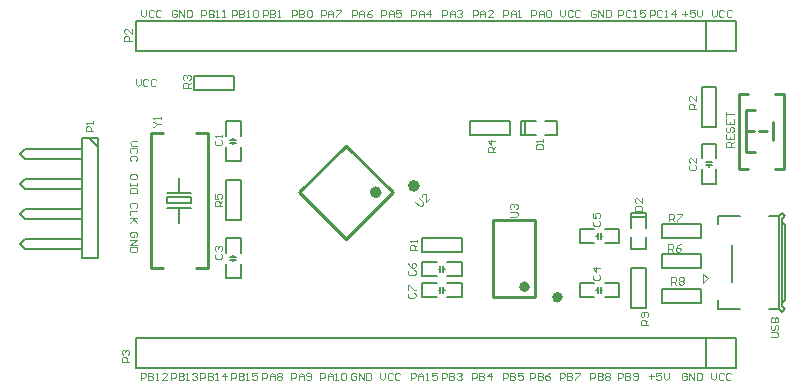
<source format=gto>
G04*
G04 #@! TF.GenerationSoftware,Altium Limited,Altium Designer,22.0.2 (36)*
G04*
G04 Layer_Color=65535*
%FSLAX24Y24*%
%MOIN*%
G70*
G04*
G04 #@! TF.SameCoordinates,D96F1F73-0473-4D1D-A2DC-BC1745D11BA0*
G04*
G04*
G04 #@! TF.FilePolarity,Positive*
G04*
G01*
G75*
%ADD10C,0.0200*%
%ADD11C,0.0197*%
%ADD12C,0.0060*%
%ADD13C,0.0039*%
%ADD14C,0.0100*%
%ADD15C,0.0080*%
%ADD16C,0.0098*%
%ADD17C,0.0079*%
%ADD18C,0.0040*%
D10*
X11211Y6612D02*
G03*
X11211Y6612I-98J0D01*
G01*
D11*
X9938Y6400D02*
G03*
X9938Y6400I-98J0D01*
G01*
X14879Y3250D02*
G03*
X14879Y3250I-79J0D01*
G01*
X15979Y2900D02*
G03*
X15979Y2900I-79J0D01*
G01*
D12*
X21706Y3400D02*
Y4650D01*
X21244Y2500D02*
X21984D01*
X21244D02*
Y2800D01*
Y5350D02*
Y5600D01*
X21984D01*
X23394Y5400D02*
X23496Y5300D01*
X23394Y5400D02*
Y5500D01*
X23494Y5600D01*
X23394Y5700D02*
X23494Y5600D01*
X23294D02*
X23394Y5700D01*
X23294Y2500D02*
X23394Y2400D01*
Y2700D02*
X23496Y2800D01*
X23394Y2600D02*
Y2700D01*
Y2600D02*
X23494Y2500D01*
X23394Y2400D02*
X23494Y2500D01*
X22944D02*
X23294D01*
Y5600D01*
X22944D02*
X23294D01*
X23496Y2800D02*
Y5300D01*
X23394Y2700D02*
Y5400D01*
X2900Y6026D02*
X3700D01*
Y6226D01*
X2900D02*
X3700D01*
X2900Y6026D02*
Y6226D01*
Y5876D02*
X3700D01*
X2900Y6376D02*
X3700D01*
X3300D02*
Y6876D01*
Y5376D02*
Y5876D01*
X5000Y4150D02*
X5200D01*
X5000Y4250D02*
X5200D01*
X5100D02*
Y4300D01*
Y4100D02*
Y4150D01*
X5000Y8050D02*
X5200D01*
X5000Y8150D02*
X5200D01*
X5100D02*
Y8200D01*
Y8000D02*
Y8050D01*
X20850Y7300D02*
X21050D01*
X20850Y7400D02*
X21050D01*
X20950D02*
Y7450D01*
Y7250D02*
Y7300D01*
X17250Y3050D02*
Y3250D01*
X17350Y3050D02*
Y3250D01*
Y3150D02*
X17400D01*
X17200D02*
X17250D01*
Y4850D02*
Y5050D01*
X17350Y4850D02*
Y5050D01*
Y4950D02*
X17400D01*
X17200D02*
X17250D01*
X12000Y3050D02*
Y3250D01*
X12100Y3050D02*
Y3250D01*
Y3150D02*
X12150D01*
X11950D02*
X12000D01*
Y3750D02*
Y3950D01*
X12100Y3750D02*
Y3950D01*
Y3850D02*
X12150D01*
X11950D02*
X12000D01*
D13*
X20752Y3688D02*
X20902Y3538D01*
X20752Y3388D02*
Y3688D01*
Y3388D02*
X20902Y3538D01*
D14*
X2355Y3882D02*
X2750D01*
X2355Y8370D02*
X2750D01*
X3850Y3882D02*
X4245D01*
X3850Y8370D02*
X4245D01*
Y3882D02*
Y8370D01*
X2355Y3882D02*
Y8370D01*
X7294Y6400D02*
X8850Y7956D01*
X7294Y6400D02*
X8850Y4844D01*
X10406Y6400D01*
X8850Y7956D02*
X10406Y6400D01*
X22188Y8450D02*
X22448D01*
X22628D02*
X22888D01*
X23088Y8150D02*
Y8740D01*
X22188Y7750D02*
X22478D01*
X22188D02*
Y9150D01*
X22478D01*
X23148Y9666D02*
X23436D01*
X23148Y7186D02*
X23436D01*
X21940Y9666D02*
X22268D01*
X21940Y7186D02*
X22268D01*
X23436D02*
Y9666D01*
X21940Y7186D02*
Y9666D01*
D15*
X5340Y3540D02*
Y4020D01*
X4860Y3540D02*
Y4020D01*
Y3540D02*
X5340D01*
X4860Y4860D02*
X5340D01*
Y4380D02*
Y4860D01*
X4860Y4380D02*
Y4860D01*
X5340Y5475D02*
Y5955D01*
X4860Y5475D02*
Y5955D01*
Y5475D02*
X5340D01*
X4860Y6795D02*
X5340D01*
Y5955D02*
Y6795D01*
X4860Y5955D02*
Y6795D01*
X5340Y7440D02*
Y7920D01*
X4860Y7440D02*
Y7920D01*
Y7440D02*
X5340D01*
X4860Y8760D02*
X5340D01*
Y8280D02*
Y8760D01*
X4860Y8280D02*
Y8760D01*
X3790Y9810D02*
X4270D01*
X3790Y10290D02*
X4270D01*
X3790Y9810D02*
Y10290D01*
X5110Y9810D02*
Y10290D01*
X4270Y9810D02*
X5110D01*
X4270Y10290D02*
X5110D01*
X14809Y8314D02*
Y8786D01*
X15500Y8314D02*
X15891D01*
X15500Y8786D02*
X15891D01*
Y8314D02*
Y8786D01*
X14700Y8314D02*
Y8786D01*
Y8314D02*
X15200D01*
X14700Y8786D02*
X15200D01*
X12990Y8310D02*
X13830D01*
X12990Y8790D02*
X13830D01*
X12990Y8310D02*
Y8790D01*
X14310Y8310D02*
Y8790D01*
X13830Y8310D02*
X14310D01*
X13830Y8790D02*
X14310D01*
X21190Y6690D02*
Y7170D01*
X20710Y6690D02*
Y7170D01*
Y6690D02*
X21190D01*
X20710Y8010D02*
X21190D01*
Y7530D02*
Y8010D01*
X20710Y7530D02*
Y8010D01*
Y9055D02*
Y9895D01*
X21190Y9055D02*
Y9895D01*
X20710D02*
X21190D01*
X20710Y8575D02*
X21190D01*
X20710D02*
Y9055D01*
X21190Y8575D02*
Y9055D01*
X19855Y3190D02*
X20695D01*
X19855Y2710D02*
X20695D01*
Y3190D01*
X19375Y2710D02*
Y3190D01*
X19855D01*
X19375Y2710D02*
X19855D01*
X19375Y3860D02*
X20215D01*
X19375Y4340D02*
X20215D01*
X19375Y3860D02*
Y4340D01*
X20695Y3860D02*
Y4340D01*
X20215Y3860D02*
X20695D01*
X20215Y4340D02*
X20695D01*
X20215Y5340D02*
X20695D01*
X20215Y4860D02*
X20695D01*
Y5340D01*
X19375Y4860D02*
Y5340D01*
X20215D01*
X19375Y4860D02*
X20215D01*
X18360Y3380D02*
Y3860D01*
X18840Y3380D02*
Y3860D01*
X18360D02*
X18840D01*
X18360Y2540D02*
X18840D01*
X18360D02*
Y3380D01*
X18840Y2540D02*
Y3380D01*
X18364Y5591D02*
X18836D01*
X18364Y4509D02*
Y4900D01*
X18836Y4509D02*
Y4900D01*
X18364Y4509D02*
X18836D01*
X18364Y5700D02*
X18836D01*
X18364Y5200D02*
Y5700D01*
X18836Y5200D02*
Y5700D01*
X16640Y2910D02*
X17120D01*
X16640Y3390D02*
X17120D01*
X16640Y2910D02*
Y3390D01*
X17960Y2910D02*
Y3390D01*
X17480Y2910D02*
X17960D01*
X17480Y3390D02*
X17960D01*
X16640Y4710D02*
X17120D01*
X16640Y5190D02*
X17120D01*
X16640Y4710D02*
Y5190D01*
X17960Y4710D02*
Y5190D01*
X17480Y4710D02*
X17960D01*
X17480Y5190D02*
X17960D01*
X11390Y4410D02*
X11870D01*
X11390Y4890D02*
X11870D01*
X11390Y4410D02*
Y4890D01*
X12710Y4410D02*
Y4890D01*
X11870Y4410D02*
X12710D01*
X11870Y4890D02*
X12710D01*
X11390Y2910D02*
X11870D01*
X11390Y3390D02*
X11870D01*
X11390Y2910D02*
Y3390D01*
X12710Y2910D02*
Y3390D01*
X12230Y2910D02*
X12710D01*
X12230Y3390D02*
X12710D01*
X11390Y3610D02*
X11870D01*
X11390Y4090D02*
X11870D01*
X11390Y3610D02*
Y4090D01*
X12710Y3610D02*
Y4090D01*
X12230Y3610D02*
X12710D01*
X12230Y4090D02*
X12710D01*
D16*
X13761Y2920D02*
X15139D01*
Y5480D01*
X13761D02*
X15139D01*
X13761Y2920D02*
Y5480D01*
D17*
X-2003Y7670D02*
X-1837Y7837D01*
X50D01*
X-1833Y7504D02*
X50D01*
X-1837D02*
X-1833Y7500D01*
X-2003Y7670D02*
X-1837Y7504D01*
X-2003Y6670D02*
X-1837Y6504D01*
X-1833D02*
X50D01*
X-1837Y6837D02*
X50D01*
X-2003Y6670D02*
X-1837Y6837D01*
X-2003Y5670D02*
X-1837Y5837D01*
X50D01*
X-1833Y5504D02*
X50D01*
X-2003Y5670D02*
X-1837Y5504D01*
X-2003Y4670D02*
X-1837Y4837D01*
X50D01*
X-1833Y4504D02*
X50D01*
X-2003Y4670D02*
X-1837Y4504D01*
X600Y4200D02*
Y7500D01*
Y8200D01*
X300D02*
X550Y7950D01*
X50Y8200D02*
X600D01*
X50Y4200D02*
Y8200D01*
Y4200D02*
X600D01*
X20858Y11108D02*
Y12092D01*
X1850Y11100D02*
Y12100D01*
Y11100D02*
X21100D01*
X21850D01*
Y12100D01*
X1850D02*
X21850D01*
X20858Y558D02*
Y1542D01*
X1850Y550D02*
Y1550D01*
Y550D02*
X21100D01*
X21850D01*
Y1550D01*
X1850D02*
X21850D01*
D18*
X23015Y1567D02*
X23223D01*
X23265Y1608D01*
Y1692D01*
X23223Y1733D01*
X23015D01*
X23057Y1983D02*
X23015Y1942D01*
Y1858D01*
X23057Y1817D01*
X23098D01*
X23140Y1858D01*
Y1942D01*
X23182Y1983D01*
X23223D01*
X23265Y1942D01*
Y1858D01*
X23223Y1817D01*
X23015Y2067D02*
X23265D01*
Y2192D01*
X23223Y2233D01*
X23182D01*
X23140Y2192D01*
Y2067D01*
Y2192D01*
X23098Y2233D01*
X23057D01*
X23015Y2192D01*
Y2067D01*
X2009Y139D02*
Y389D01*
X2134D01*
X2176Y348D01*
Y264D01*
X2134Y223D01*
X2009D01*
X2259Y389D02*
Y139D01*
X2384D01*
X2426Y181D01*
Y223D01*
X2384Y264D01*
X2259D01*
X2384D01*
X2426Y306D01*
Y348D01*
X2384Y389D01*
X2259D01*
X2509Y139D02*
X2592D01*
X2551D01*
Y389D01*
X2509Y348D01*
X2884Y139D02*
X2717D01*
X2884Y306D01*
Y348D01*
X2842Y389D01*
X2759D01*
X2717Y348D01*
X3019Y139D02*
Y389D01*
X3144D01*
X3186Y348D01*
Y264D01*
X3144Y223D01*
X3019D01*
X3269Y389D02*
Y139D01*
X3394D01*
X3436Y181D01*
Y223D01*
X3394Y264D01*
X3269D01*
X3394D01*
X3436Y306D01*
Y348D01*
X3394Y389D01*
X3269D01*
X3519Y139D02*
X3602D01*
X3561D01*
Y389D01*
X3519Y348D01*
X3727D02*
X3769Y389D01*
X3852D01*
X3894Y348D01*
Y306D01*
X3852Y264D01*
X3811D01*
X3852D01*
X3894Y223D01*
Y181D01*
X3852Y139D01*
X3769D01*
X3727Y181D01*
X3999Y139D02*
Y389D01*
X4124D01*
X4166Y348D01*
Y264D01*
X4124Y223D01*
X3999D01*
X4249Y389D02*
Y139D01*
X4374D01*
X4416Y181D01*
Y223D01*
X4374Y264D01*
X4249D01*
X4374D01*
X4416Y306D01*
Y348D01*
X4374Y389D01*
X4249D01*
X4499Y139D02*
X4582D01*
X4541D01*
Y389D01*
X4499Y348D01*
X4832Y139D02*
Y389D01*
X4707Y264D01*
X4874D01*
X5019Y139D02*
Y389D01*
X5144D01*
X5186Y348D01*
Y264D01*
X5144Y223D01*
X5019D01*
X5269Y389D02*
Y139D01*
X5394D01*
X5436Y181D01*
Y223D01*
X5394Y264D01*
X5269D01*
X5394D01*
X5436Y306D01*
Y348D01*
X5394Y389D01*
X5269D01*
X5519Y139D02*
X5602D01*
X5561D01*
Y389D01*
X5519Y348D01*
X5894Y389D02*
X5727D01*
Y264D01*
X5811Y306D01*
X5852D01*
X5894Y264D01*
Y181D01*
X5852Y139D01*
X5769D01*
X5727Y181D01*
X6059Y139D02*
Y389D01*
X6184D01*
X6226Y348D01*
Y264D01*
X6184Y223D01*
X6059D01*
X6309Y139D02*
Y306D01*
X6392Y389D01*
X6476Y306D01*
Y139D01*
Y264D01*
X6309D01*
X6559Y348D02*
X6601Y389D01*
X6684D01*
X6726Y348D01*
Y306D01*
X6684Y264D01*
X6726Y223D01*
Y181D01*
X6684Y139D01*
X6601D01*
X6559Y181D01*
Y223D01*
X6601Y264D01*
X6559Y306D01*
Y348D01*
X6601Y264D02*
X6684D01*
X7019Y139D02*
Y389D01*
X7144D01*
X7186Y348D01*
Y264D01*
X7144Y223D01*
X7019D01*
X7269Y139D02*
Y306D01*
X7352Y389D01*
X7436Y306D01*
Y139D01*
Y264D01*
X7269D01*
X7519Y181D02*
X7561Y139D01*
X7644D01*
X7686Y181D01*
Y348D01*
X7644Y389D01*
X7561D01*
X7519Y348D01*
Y306D01*
X7561Y264D01*
X7686D01*
X7989Y139D02*
Y389D01*
X8114D01*
X8156Y348D01*
Y264D01*
X8114Y223D01*
X7989D01*
X8239Y139D02*
Y306D01*
X8322Y389D01*
X8406Y306D01*
Y139D01*
Y264D01*
X8239D01*
X8489Y139D02*
X8572D01*
X8531D01*
Y389D01*
X8489Y348D01*
X8697D02*
X8739Y389D01*
X8822D01*
X8864Y348D01*
Y181D01*
X8822Y139D01*
X8739D01*
X8697Y181D01*
Y348D01*
X9196D02*
X9154Y389D01*
X9071D01*
X9029Y348D01*
Y181D01*
X9071Y139D01*
X9154D01*
X9196Y181D01*
Y264D01*
X9113D01*
X9279Y139D02*
Y389D01*
X9446Y139D01*
Y389D01*
X9529D02*
Y139D01*
X9654D01*
X9696Y181D01*
Y348D01*
X9654Y389D01*
X9529D01*
X9999D02*
Y223D01*
X10083Y139D01*
X10166Y223D01*
Y389D01*
X10416Y348D02*
X10374Y389D01*
X10291D01*
X10249Y348D01*
Y181D01*
X10291Y139D01*
X10374D01*
X10416Y181D01*
X10666Y348D02*
X10624Y389D01*
X10541D01*
X10499Y348D01*
Y181D01*
X10541Y139D01*
X10624D01*
X10666Y181D01*
X11009Y139D02*
Y389D01*
X11134D01*
X11176Y348D01*
Y264D01*
X11134Y223D01*
X11009D01*
X11259Y139D02*
Y306D01*
X11343Y389D01*
X11426Y306D01*
Y139D01*
Y264D01*
X11259D01*
X11509Y139D02*
X11592D01*
X11551D01*
Y389D01*
X11509Y348D01*
X11884Y389D02*
X11717D01*
Y264D01*
X11801Y306D01*
X11842D01*
X11884Y264D01*
Y181D01*
X11842Y139D01*
X11759D01*
X11717Y181D01*
X12039Y139D02*
Y389D01*
X12164D01*
X12206Y348D01*
Y264D01*
X12164Y223D01*
X12039D01*
X12289Y389D02*
Y139D01*
X12414D01*
X12456Y181D01*
Y223D01*
X12414Y264D01*
X12289D01*
X12414D01*
X12456Y306D01*
Y348D01*
X12414Y389D01*
X12289D01*
X12539Y348D02*
X12581Y389D01*
X12664D01*
X12706Y348D01*
Y306D01*
X12664Y264D01*
X12622D01*
X12664D01*
X12706Y223D01*
Y181D01*
X12664Y139D01*
X12581D01*
X12539Y181D01*
X13049Y139D02*
Y389D01*
X13174D01*
X13216Y348D01*
Y264D01*
X13174Y223D01*
X13049D01*
X13299Y389D02*
Y139D01*
X13424D01*
X13466Y181D01*
Y223D01*
X13424Y264D01*
X13299D01*
X13424D01*
X13466Y306D01*
Y348D01*
X13424Y389D01*
X13299D01*
X13674Y139D02*
Y389D01*
X13549Y264D01*
X13716D01*
X14069Y139D02*
Y389D01*
X14194D01*
X14236Y348D01*
Y264D01*
X14194Y223D01*
X14069D01*
X14319Y389D02*
Y139D01*
X14444D01*
X14486Y181D01*
Y223D01*
X14444Y264D01*
X14319D01*
X14444D01*
X14486Y306D01*
Y348D01*
X14444Y389D01*
X14319D01*
X14736D02*
X14569D01*
Y264D01*
X14652Y306D01*
X14694D01*
X14736Y264D01*
Y181D01*
X14694Y139D01*
X14611D01*
X14569Y181D01*
X14999Y139D02*
Y389D01*
X15124D01*
X15166Y348D01*
Y264D01*
X15124Y223D01*
X14999D01*
X15249Y389D02*
Y139D01*
X15374D01*
X15416Y181D01*
Y223D01*
X15374Y264D01*
X15249D01*
X15374D01*
X15416Y306D01*
Y348D01*
X15374Y389D01*
X15249D01*
X15666D02*
X15582Y348D01*
X15499Y264D01*
Y181D01*
X15541Y139D01*
X15624D01*
X15666Y181D01*
Y223D01*
X15624Y264D01*
X15499D01*
X15969Y139D02*
Y389D01*
X16094D01*
X16136Y348D01*
Y264D01*
X16094Y223D01*
X15969D01*
X16219Y389D02*
Y139D01*
X16344D01*
X16386Y181D01*
Y223D01*
X16344Y264D01*
X16219D01*
X16344D01*
X16386Y306D01*
Y348D01*
X16344Y389D01*
X16219D01*
X16469D02*
X16636D01*
Y348D01*
X16469Y181D01*
Y139D01*
X16989D02*
Y389D01*
X17114D01*
X17156Y348D01*
Y264D01*
X17114Y223D01*
X16989D01*
X17239Y389D02*
Y139D01*
X17364D01*
X17406Y181D01*
Y223D01*
X17364Y264D01*
X17239D01*
X17364D01*
X17406Y306D01*
Y348D01*
X17364Y389D01*
X17239D01*
X17489Y348D02*
X17531Y389D01*
X17614D01*
X17656Y348D01*
Y306D01*
X17614Y264D01*
X17656Y223D01*
Y181D01*
X17614Y139D01*
X17531D01*
X17489Y181D01*
Y223D01*
X17531Y264D01*
X17489Y306D01*
Y348D01*
X17531Y264D02*
X17614D01*
X17909Y139D02*
Y389D01*
X18034D01*
X18076Y348D01*
Y264D01*
X18034Y223D01*
X17909D01*
X18159Y389D02*
Y139D01*
X18284D01*
X18326Y181D01*
Y223D01*
X18284Y264D01*
X18159D01*
X18284D01*
X18326Y306D01*
Y348D01*
X18284Y389D01*
X18159D01*
X18409Y181D02*
X18451Y139D01*
X18534D01*
X18576Y181D01*
Y348D01*
X18534Y389D01*
X18451D01*
X18409Y348D01*
Y306D01*
X18451Y264D01*
X18576D01*
X18949D02*
X19116D01*
X19033Y348D02*
Y181D01*
X19366Y389D02*
X19199D01*
Y264D01*
X19282Y306D01*
X19324D01*
X19366Y264D01*
Y181D01*
X19324Y139D01*
X19241D01*
X19199Y181D01*
X19449Y389D02*
Y223D01*
X19532Y139D01*
X19616Y223D01*
Y389D01*
X20206Y348D02*
X20164Y389D01*
X20081D01*
X20039Y348D01*
Y181D01*
X20081Y139D01*
X20164D01*
X20206Y181D01*
Y264D01*
X20123D01*
X20289Y139D02*
Y389D01*
X20456Y139D01*
Y389D01*
X20539D02*
Y139D01*
X20664D01*
X20706Y181D01*
Y348D01*
X20664Y389D01*
X20539D01*
X21029D02*
Y223D01*
X21113Y139D01*
X21196Y223D01*
Y389D01*
X21446Y348D02*
X21404Y389D01*
X21321D01*
X21279Y348D01*
Y181D01*
X21321Y139D01*
X21404D01*
X21446Y181D01*
X21696Y348D02*
X21654Y389D01*
X21571D01*
X21529Y348D01*
Y181D01*
X21571Y139D01*
X21654D01*
X21696Y181D01*
X1650Y6368D02*
X1900D01*
Y6493D01*
X1858Y6534D01*
X1692D01*
X1650Y6493D01*
Y6368D01*
Y6618D02*
Y6701D01*
Y6659D01*
X1900D01*
Y6618D01*
Y6701D01*
X1650Y6951D02*
Y6868D01*
X1692Y6826D01*
X1858D01*
X1900Y6868D01*
Y6951D01*
X1858Y6993D01*
X1692D01*
X1650Y6951D01*
X1858Y5876D02*
X1900Y5917D01*
Y6001D01*
X1858Y6042D01*
X1692D01*
X1650Y6001D01*
Y5917D01*
X1692Y5876D01*
X1900Y5792D02*
X1650D01*
Y5626D01*
X1900Y5542D02*
X1650D01*
X1733D01*
X1900Y5376D01*
X1775Y5501D01*
X1650Y5376D01*
X1858Y4896D02*
X1900Y4937D01*
Y5021D01*
X1858Y5062D01*
X1692D01*
X1650Y5021D01*
Y4937D01*
X1692Y4896D01*
X1775D01*
Y4979D01*
X1650Y4812D02*
X1900D01*
X1650Y4646D01*
X1900D01*
Y4562D02*
X1650D01*
Y4437D01*
X1692Y4396D01*
X1858D01*
X1900Y4437D01*
Y4562D01*
X1850Y10180D02*
Y10013D01*
X1933Y9930D01*
X2017Y10013D01*
Y10180D01*
X2267Y10138D02*
X2225Y10180D01*
X2142D01*
X2100Y10138D01*
Y9972D01*
X2142Y9930D01*
X2225D01*
X2267Y9972D01*
X2516Y10138D02*
X2475Y10180D01*
X2391D01*
X2350Y10138D01*
Y9972D01*
X2391Y9930D01*
X2475D01*
X2516Y9972D01*
X1900Y8120D02*
X1733D01*
X1650Y8037D01*
X1733Y7953D01*
X1900D01*
X1858Y7703D02*
X1900Y7745D01*
Y7828D01*
X1858Y7870D01*
X1692D01*
X1650Y7828D01*
Y7745D01*
X1692Y7703D01*
X1858Y7454D02*
X1900Y7495D01*
Y7579D01*
X1858Y7620D01*
X1692D01*
X1650Y7579D01*
Y7495D01*
X1692Y7454D01*
X21050Y12480D02*
Y12313D01*
X21133Y12230D01*
X21217Y12313D01*
Y12480D01*
X21467Y12438D02*
X21425Y12480D01*
X21342D01*
X21300Y12438D01*
Y12272D01*
X21342Y12230D01*
X21425D01*
X21467Y12272D01*
X21716Y12438D02*
X21675Y12480D01*
X21591D01*
X21550Y12438D01*
Y12272D01*
X21591Y12230D01*
X21675D01*
X21716Y12272D01*
X20060Y12355D02*
X20227D01*
X20143Y12438D02*
Y12272D01*
X20477Y12480D02*
X20310D01*
Y12355D01*
X20393Y12397D01*
X20435D01*
X20477Y12355D01*
Y12272D01*
X20435Y12230D01*
X20352D01*
X20310Y12272D01*
X20560Y12480D02*
Y12313D01*
X20643Y12230D01*
X20726Y12313D01*
Y12480D01*
X18970Y12230D02*
Y12480D01*
X19095D01*
X19137Y12438D01*
Y12355D01*
X19095Y12313D01*
X18970D01*
X19387Y12438D02*
X19345Y12480D01*
X19262D01*
X19220Y12438D01*
Y12272D01*
X19262Y12230D01*
X19345D01*
X19387Y12272D01*
X19470Y12230D02*
X19553D01*
X19511D01*
Y12480D01*
X19470Y12438D01*
X19803Y12230D02*
Y12480D01*
X19678Y12355D01*
X19845D01*
X17930Y12230D02*
Y12480D01*
X18055D01*
X18097Y12438D01*
Y12355D01*
X18055Y12313D01*
X17930D01*
X18347Y12438D02*
X18305Y12480D01*
X18222D01*
X18180Y12438D01*
Y12272D01*
X18222Y12230D01*
X18305D01*
X18347Y12272D01*
X18430Y12230D02*
X18513D01*
X18471D01*
Y12480D01*
X18430Y12438D01*
X18805Y12480D02*
X18638D01*
Y12355D01*
X18721Y12397D01*
X18763D01*
X18805Y12355D01*
Y12272D01*
X18763Y12230D01*
X18680D01*
X18638Y12272D01*
X17177Y12438D02*
X17135Y12480D01*
X17052D01*
X17010Y12438D01*
Y12272D01*
X17052Y12230D01*
X17135D01*
X17177Y12272D01*
Y12355D01*
X17093D01*
X17260Y12230D02*
Y12480D01*
X17427Y12230D01*
Y12480D01*
X17510D02*
Y12230D01*
X17635D01*
X17676Y12272D01*
Y12438D01*
X17635Y12480D01*
X17510D01*
X15990D02*
Y12313D01*
X16073Y12230D01*
X16157Y12313D01*
Y12480D01*
X16407Y12438D02*
X16365Y12480D01*
X16282D01*
X16240Y12438D01*
Y12272D01*
X16282Y12230D01*
X16365D01*
X16407Y12272D01*
X16656Y12438D02*
X16615Y12480D01*
X16531D01*
X16490Y12438D01*
Y12272D01*
X16531Y12230D01*
X16615D01*
X16656Y12272D01*
X15020Y12230D02*
Y12480D01*
X15145D01*
X15187Y12438D01*
Y12355D01*
X15145Y12313D01*
X15020D01*
X15270Y12230D02*
Y12397D01*
X15353Y12480D01*
X15437Y12397D01*
Y12230D01*
Y12355D01*
X15270D01*
X15520Y12438D02*
X15561Y12480D01*
X15645D01*
X15686Y12438D01*
Y12272D01*
X15645Y12230D01*
X15561D01*
X15520Y12272D01*
Y12438D01*
X14090Y12230D02*
Y12480D01*
X14215D01*
X14257Y12438D01*
Y12355D01*
X14215Y12313D01*
X14090D01*
X14340Y12230D02*
Y12397D01*
X14423Y12480D01*
X14507Y12397D01*
Y12230D01*
Y12355D01*
X14340D01*
X14590Y12230D02*
X14673D01*
X14631D01*
Y12480D01*
X14590Y12438D01*
X13070Y12230D02*
Y12480D01*
X13195D01*
X13237Y12438D01*
Y12355D01*
X13195Y12313D01*
X13070D01*
X13320Y12230D02*
Y12397D01*
X13403Y12480D01*
X13487Y12397D01*
Y12230D01*
Y12355D01*
X13320D01*
X13736Y12230D02*
X13570D01*
X13736Y12397D01*
Y12438D01*
X13695Y12480D01*
X13611D01*
X13570Y12438D01*
X12060Y12230D02*
Y12480D01*
X12185D01*
X12227Y12438D01*
Y12355D01*
X12185Y12313D01*
X12060D01*
X12310Y12230D02*
Y12397D01*
X12393Y12480D01*
X12477Y12397D01*
Y12230D01*
Y12355D01*
X12310D01*
X12560Y12438D02*
X12601Y12480D01*
X12685D01*
X12726Y12438D01*
Y12397D01*
X12685Y12355D01*
X12643D01*
X12685D01*
X12726Y12313D01*
Y12272D01*
X12685Y12230D01*
X12601D01*
X12560Y12272D01*
X11030Y12230D02*
Y12480D01*
X11155D01*
X11197Y12438D01*
Y12355D01*
X11155Y12313D01*
X11030D01*
X11280Y12230D02*
Y12397D01*
X11363Y12480D01*
X11447Y12397D01*
Y12230D01*
Y12355D01*
X11280D01*
X11655Y12230D02*
Y12480D01*
X11530Y12355D01*
X11696D01*
X10020Y12230D02*
Y12480D01*
X10145D01*
X10187Y12438D01*
Y12355D01*
X10145Y12313D01*
X10020D01*
X10270Y12230D02*
Y12397D01*
X10353Y12480D01*
X10437Y12397D01*
Y12230D01*
Y12355D01*
X10270D01*
X10686Y12480D02*
X10520D01*
Y12355D01*
X10603Y12397D01*
X10645D01*
X10686Y12355D01*
Y12272D01*
X10645Y12230D01*
X10561D01*
X10520Y12272D01*
X9050Y12230D02*
Y12480D01*
X9175D01*
X9217Y12438D01*
Y12355D01*
X9175Y12313D01*
X9050D01*
X9300Y12230D02*
Y12397D01*
X9383Y12480D01*
X9467Y12397D01*
Y12230D01*
Y12355D01*
X9300D01*
X9716Y12480D02*
X9633Y12438D01*
X9550Y12355D01*
Y12272D01*
X9591Y12230D01*
X9675D01*
X9716Y12272D01*
Y12313D01*
X9675Y12355D01*
X9550D01*
X8010Y12230D02*
Y12480D01*
X8135D01*
X8177Y12438D01*
Y12355D01*
X8135Y12313D01*
X8010D01*
X8260Y12230D02*
Y12397D01*
X8343Y12480D01*
X8427Y12397D01*
Y12230D01*
Y12355D01*
X8260D01*
X8510Y12480D02*
X8676D01*
Y12438D01*
X8510Y12272D01*
Y12230D01*
X7040D02*
Y12480D01*
X7165D01*
X7207Y12438D01*
Y12355D01*
X7165Y12313D01*
X7040D01*
X7290Y12480D02*
Y12230D01*
X7415D01*
X7457Y12272D01*
Y12313D01*
X7415Y12355D01*
X7290D01*
X7415D01*
X7457Y12397D01*
Y12438D01*
X7415Y12480D01*
X7290D01*
X7540Y12438D02*
X7581Y12480D01*
X7665D01*
X7706Y12438D01*
Y12272D01*
X7665Y12230D01*
X7581D01*
X7540Y12272D01*
Y12438D01*
X6080Y12230D02*
Y12480D01*
X6205D01*
X6247Y12438D01*
Y12355D01*
X6205Y12313D01*
X6080D01*
X6330Y12480D02*
Y12230D01*
X6455D01*
X6497Y12272D01*
Y12313D01*
X6455Y12355D01*
X6330D01*
X6455D01*
X6497Y12397D01*
Y12438D01*
X6455Y12480D01*
X6330D01*
X6580Y12230D02*
X6663D01*
X6621D01*
Y12480D01*
X6580Y12438D01*
X5040Y12230D02*
Y12480D01*
X5165D01*
X5207Y12438D01*
Y12355D01*
X5165Y12313D01*
X5040D01*
X5290Y12480D02*
Y12230D01*
X5415D01*
X5457Y12272D01*
Y12313D01*
X5415Y12355D01*
X5290D01*
X5415D01*
X5457Y12397D01*
Y12438D01*
X5415Y12480D01*
X5290D01*
X5540Y12230D02*
X5623D01*
X5581D01*
Y12480D01*
X5540Y12438D01*
X5748D02*
X5790Y12480D01*
X5873D01*
X5915Y12438D01*
Y12272D01*
X5873Y12230D01*
X5790D01*
X5748Y12272D01*
Y12438D01*
X4020Y12230D02*
Y12480D01*
X4145D01*
X4187Y12438D01*
Y12355D01*
X4145Y12313D01*
X4020D01*
X4270Y12480D02*
Y12230D01*
X4395D01*
X4437Y12272D01*
Y12313D01*
X4395Y12355D01*
X4270D01*
X4395D01*
X4437Y12397D01*
Y12438D01*
X4395Y12480D01*
X4270D01*
X4520Y12230D02*
X4603D01*
X4561D01*
Y12480D01*
X4520Y12438D01*
X4728Y12230D02*
X4811D01*
X4770D01*
Y12480D01*
X4728Y12438D01*
X3207D02*
X3165Y12480D01*
X3082D01*
X3040Y12438D01*
Y12272D01*
X3082Y12230D01*
X3165D01*
X3207Y12272D01*
Y12355D01*
X3123D01*
X3290Y12230D02*
Y12480D01*
X3457Y12230D01*
Y12480D01*
X3540D02*
Y12230D01*
X3665D01*
X3706Y12272D01*
Y12438D01*
X3665Y12480D01*
X3540D01*
X2030D02*
Y12313D01*
X2113Y12230D01*
X2197Y12313D01*
Y12480D01*
X2447Y12438D02*
X2405Y12480D01*
X2322D01*
X2280Y12438D01*
Y12272D01*
X2322Y12230D01*
X2405D01*
X2447Y12272D01*
X2696Y12438D02*
X2655Y12480D01*
X2571D01*
X2530Y12438D01*
Y12272D01*
X2571Y12230D01*
X2655D01*
X2696Y12272D01*
X19632Y5435D02*
Y5685D01*
X19757D01*
X19798Y5643D01*
Y5560D01*
X19757Y5518D01*
X19632D01*
X19715D02*
X19798Y5435D01*
X19882Y5685D02*
X20048D01*
Y5643D01*
X19882Y5477D01*
Y5435D01*
X425Y8433D02*
X175D01*
Y8558D01*
X217Y8600D01*
X300D01*
X342Y8558D01*
Y8433D01*
X425Y8683D02*
Y8767D01*
Y8725D01*
X175D01*
X217Y8683D01*
X19592Y4425D02*
Y4675D01*
X19717D01*
X19758Y4633D01*
Y4550D01*
X19717Y4508D01*
X19592D01*
X19675D02*
X19758Y4425D01*
X20008Y4675D02*
X19925Y4633D01*
X19842Y4550D01*
Y4467D01*
X19883Y4425D01*
X19967D01*
X20008Y4467D01*
Y4508D01*
X19967Y4550D01*
X19842D01*
X19692Y3325D02*
Y3575D01*
X19817D01*
X19858Y3533D01*
Y3450D01*
X19817Y3408D01*
X19692D01*
X19775D02*
X19858Y3325D01*
X19942Y3533D02*
X19983Y3575D01*
X20067D01*
X20108Y3533D01*
Y3492D01*
X20067Y3450D01*
X20108Y3408D01*
Y3367D01*
X20067Y3325D01*
X19983D01*
X19942Y3367D01*
Y3408D01*
X19983Y3450D01*
X19942Y3492D01*
Y3533D01*
X19983Y3450D02*
X20067D01*
X18925Y1992D02*
X18675D01*
Y2117D01*
X18717Y2158D01*
X18800D01*
X18842Y2117D01*
Y1992D01*
Y2075D02*
X18925Y2158D01*
X18883Y2242D02*
X18925Y2283D01*
Y2367D01*
X18883Y2408D01*
X18717D01*
X18675Y2367D01*
Y2283D01*
X18717Y2242D01*
X18758D01*
X18800Y2283D01*
Y2408D01*
X18475Y5792D02*
X18725D01*
Y5917D01*
X18683Y5958D01*
X18517D01*
X18475Y5917D01*
Y5792D01*
X18725Y6208D02*
Y6042D01*
X18558Y6208D01*
X18517D01*
X18475Y6167D01*
Y6083D01*
X18517Y6042D01*
X17117Y3658D02*
X17075Y3617D01*
Y3533D01*
X17117Y3492D01*
X17283D01*
X17325Y3533D01*
Y3617D01*
X17283Y3658D01*
X17325Y3867D02*
X17075D01*
X17200Y3742D01*
Y3908D01*
X17117Y5458D02*
X17075Y5417D01*
Y5333D01*
X17117Y5292D01*
X17283D01*
X17325Y5333D01*
Y5417D01*
X17283Y5458D01*
X17075Y5708D02*
Y5542D01*
X17200D01*
X17158Y5625D01*
Y5667D01*
X17200Y5708D01*
X17283D01*
X17325Y5667D01*
Y5583D01*
X17283Y5542D01*
X2425Y8583D02*
X2467D01*
X2550Y8667D01*
X2467Y8750D01*
X2425D01*
X2550Y8667D02*
X2675D01*
Y8833D02*
Y8917D01*
Y8875D01*
X2425D01*
X2467Y8833D01*
X13825Y7742D02*
X13575D01*
Y7867D01*
X13617Y7908D01*
X13700D01*
X13742Y7867D01*
Y7742D01*
Y7825D02*
X13825Y7908D01*
Y8117D02*
X13575D01*
X13700Y7992D01*
Y8158D01*
X4517Y4358D02*
X4475Y4317D01*
Y4233D01*
X4517Y4192D01*
X4683D01*
X4725Y4233D01*
Y4317D01*
X4683Y4358D01*
X4517Y4442D02*
X4475Y4483D01*
Y4567D01*
X4517Y4608D01*
X4558D01*
X4600Y4567D01*
Y4525D01*
Y4567D01*
X4642Y4608D01*
X4683D01*
X4725Y4567D01*
Y4483D01*
X4683Y4442D01*
X4725Y5942D02*
X4475D01*
Y6067D01*
X4517Y6108D01*
X4600D01*
X4642Y6067D01*
Y5942D01*
Y6025D02*
X4725Y6108D01*
X4475Y6358D02*
Y6192D01*
X4600D01*
X4558Y6275D01*
Y6317D01*
X4600Y6358D01*
X4683D01*
X4725Y6317D01*
Y6233D01*
X4683Y6192D01*
X4517Y8150D02*
X4475Y8108D01*
Y8025D01*
X4517Y7983D01*
X4683D01*
X4725Y8025D01*
Y8108D01*
X4683Y8150D01*
X4725Y8233D02*
Y8317D01*
Y8275D01*
X4475D01*
X4517Y8233D01*
X3675Y9892D02*
X3425D01*
Y10017D01*
X3467Y10058D01*
X3550D01*
X3592Y10017D01*
Y9892D01*
Y9975D02*
X3675Y10058D01*
X3467Y10142D02*
X3425Y10183D01*
Y10267D01*
X3467Y10308D01*
X3508D01*
X3550Y10267D01*
Y10225D01*
Y10267D01*
X3592Y10308D01*
X3633D01*
X3675Y10267D01*
Y10183D01*
X3633Y10142D01*
X11164Y6091D02*
X11312Y5944D01*
X11371D01*
X11429Y6003D01*
Y6062D01*
X11282Y6209D01*
X11636D02*
X11518Y6091D01*
Y6327D01*
X11488Y6356D01*
X11429D01*
X11371Y6297D01*
Y6238D01*
X15175Y7833D02*
X15425D01*
Y7958D01*
X15383Y8000D01*
X15217D01*
X15175Y7958D01*
Y7833D01*
X15425Y8083D02*
Y8167D01*
Y8125D01*
X15175D01*
X15217Y8083D01*
X20317Y7308D02*
X20275Y7267D01*
Y7183D01*
X20317Y7142D01*
X20483D01*
X20525Y7183D01*
Y7267D01*
X20483Y7308D01*
X20525Y7558D02*
Y7392D01*
X20358Y7558D01*
X20317D01*
X20275Y7517D01*
Y7433D01*
X20317Y7392D01*
X20525Y9192D02*
X20275D01*
Y9317D01*
X20317Y9358D01*
X20400D01*
X20442Y9317D01*
Y9192D01*
Y9275D02*
X20525Y9358D01*
Y9608D02*
Y9442D01*
X20358Y9608D01*
X20317D01*
X20275Y9567D01*
Y9483D01*
X20317Y9442D01*
X21775Y7917D02*
X21525D01*
Y8042D01*
X21567Y8083D01*
X21650D01*
X21692Y8042D01*
Y7917D01*
Y8000D02*
X21775Y8083D01*
X21525Y8333D02*
Y8167D01*
X21775D01*
Y8333D01*
X21650Y8167D02*
Y8250D01*
X21567Y8583D02*
X21525Y8542D01*
Y8458D01*
X21567Y8417D01*
X21608D01*
X21650Y8458D01*
Y8542D01*
X21692Y8583D01*
X21733D01*
X21775Y8542D01*
Y8458D01*
X21733Y8417D01*
X21525Y8833D02*
Y8667D01*
X21775D01*
Y8833D01*
X21650Y8667D02*
Y8750D01*
X21525Y8917D02*
Y9083D01*
Y9000D01*
X21775D01*
X14325Y5592D02*
X14533D01*
X14575Y5633D01*
Y5717D01*
X14533Y5758D01*
X14325D01*
X14367Y5842D02*
X14325Y5883D01*
Y5967D01*
X14367Y6008D01*
X14408D01*
X14450Y5967D01*
Y5925D01*
Y5967D01*
X14492Y6008D01*
X14533D01*
X14575Y5967D01*
Y5883D01*
X14533Y5842D01*
X11225Y4483D02*
X10975D01*
Y4608D01*
X11017Y4650D01*
X11100D01*
X11142Y4608D01*
Y4483D01*
Y4567D02*
X11225Y4650D01*
Y4733D02*
Y4817D01*
Y4775D01*
X10975D01*
X11017Y4733D01*
X10967Y3058D02*
X10925Y3017D01*
Y2933D01*
X10967Y2892D01*
X11133D01*
X11175Y2933D01*
Y3017D01*
X11133Y3058D01*
X10925Y3142D02*
Y3308D01*
X10967D01*
X11133Y3142D01*
X11175D01*
X10967Y3808D02*
X10925Y3767D01*
Y3683D01*
X10967Y3642D01*
X11133D01*
X11175Y3683D01*
Y3767D01*
X11133Y3808D01*
X10925Y4058D02*
X10967Y3975D01*
X11050Y3892D01*
X11133D01*
X11175Y3933D01*
Y4017D01*
X11133Y4058D01*
X11092D01*
X11050Y4017D01*
Y3892D01*
X1625Y742D02*
X1375D01*
Y867D01*
X1417Y908D01*
X1500D01*
X1542Y867D01*
Y742D01*
X1417Y992D02*
X1375Y1033D01*
Y1117D01*
X1417Y1158D01*
X1458D01*
X1500Y1117D01*
Y1075D01*
Y1117D01*
X1542Y1158D01*
X1583D01*
X1625Y1117D01*
Y1033D01*
X1583Y992D01*
X1715Y11442D02*
X1465D01*
Y11567D01*
X1507Y11608D01*
X1590D01*
X1632Y11567D01*
Y11442D01*
X1715Y11858D02*
Y11692D01*
X1548Y11858D01*
X1507D01*
X1465Y11817D01*
Y11733D01*
X1507Y11692D01*
M02*

</source>
